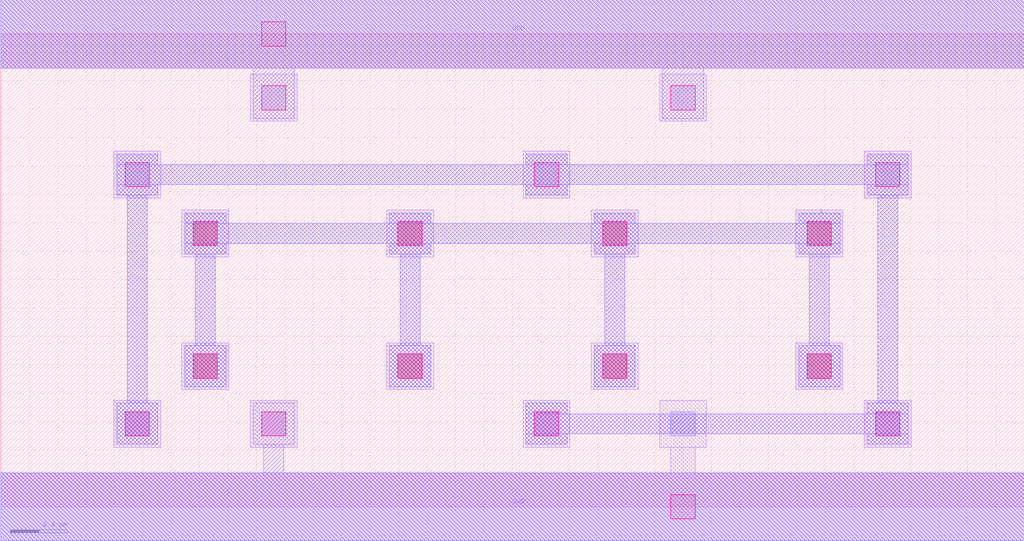
<source format=lef>
MACRO INVX8
 CLASS CORE ;
 FOREIGN INVX8 0 0 ;
 SIZE 7.2 BY 3.33 ;
 ORIGIN 0 0 ;
 SYMMETRY X Y R90 ;
 SITE unit ;
  PIN VDD
   DIRECTION INOUT ;
   USE POWER ;
   SHAPE ABUTMENT ;
    PORT
     CLASS CORE ;
       LAYER li1 ;
        RECT 0.00000000 3.09000000 7.20000000 3.57000000 ;
       LAYER met1 ;
        RECT 0.00000000 3.09000000 7.20000000 3.57000000 ;
    END
  END VDD

  PIN GND
   DIRECTION INOUT ;
   USE POWER ;
   SHAPE ABUTMENT ;
    PORT
     CLASS CORE ;
       LAYER li1 ;
        RECT 0.00000000 -0.24000000 7.20000000 0.24000000 ;
       LAYER met1 ;
        RECT 0.00000000 -0.24000000 7.20000000 0.24000000 ;
    END
  END GND

  PIN Y
   DIRECTION INOUT ;
   USE SIGNAL ;
   SHAPE ABUTMENT ;
    PORT
     CLASS CORE ;
       LAYER met1 ;
        RECT 3.69500000 0.44000000 3.98500000 0.51500000 ;
        RECT 6.09500000 0.44000000 6.38500000 0.51500000 ;
        RECT 3.69500000 0.51500000 6.38500000 0.65500000 ;
        RECT 0.81500000 0.44000000 1.10500000 0.73000000 ;
        RECT 3.69500000 0.65500000 3.98500000 0.73000000 ;
        RECT 6.09500000 0.65500000 6.38500000 0.73000000 ;
        RECT 0.89000000 0.73000000 1.03000000 2.19500000 ;
        RECT 6.17000000 0.73000000 6.31000000 2.19500000 ;
        RECT 0.81500000 2.19500000 1.10500000 2.27000000 ;
        RECT 3.69500000 2.19500000 3.98500000 2.27000000 ;
        RECT 6.09500000 2.19500000 6.38500000 2.27000000 ;
        RECT 0.81500000 2.27000000 6.38500000 2.41000000 ;
        RECT 0.81500000 2.41000000 1.10500000 2.48500000 ;
        RECT 3.69500000 2.41000000 3.98500000 2.48500000 ;
        RECT 6.09500000 2.41000000 6.38500000 2.48500000 ;
    END
  END Y

  PIN A
   DIRECTION INOUT ;
   USE SIGNAL ;
   SHAPE ABUTMENT ;
    PORT
     CLASS CORE ;
       LAYER met1 ;
        RECT 1.29500000 0.84500000 1.58500000 1.13500000 ;
        RECT 2.73500000 0.84500000 3.02500000 1.13500000 ;
        RECT 4.17500000 0.84500000 4.46500000 1.13500000 ;
        RECT 5.61500000 0.84500000 5.90500000 1.13500000 ;
        RECT 1.37000000 1.13500000 1.51000000 1.78000000 ;
        RECT 2.81000000 1.13500000 2.95000000 1.78000000 ;
        RECT 4.25000000 1.13500000 4.39000000 1.78000000 ;
        RECT 5.69000000 1.13500000 5.83000000 1.78000000 ;
        RECT 1.29500000 1.78000000 1.58500000 1.85500000 ;
        RECT 2.73500000 1.78000000 3.02500000 1.85500000 ;
        RECT 4.17500000 1.78000000 4.46500000 1.85500000 ;
        RECT 5.61500000 1.78000000 5.90500000 1.85500000 ;
        RECT 1.29500000 1.85500000 5.90500000 1.99500000 ;
        RECT 1.29500000 1.99500000 1.58500000 2.07000000 ;
        RECT 2.73500000 1.99500000 3.02500000 2.07000000 ;
        RECT 4.17500000 1.99500000 4.46500000 2.07000000 ;
        RECT 5.61500000 1.99500000 5.90500000 2.07000000 ;
    END
  END A

 OBS
    LAYER polycont ;
     RECT 1.35500000 0.90500000 1.52500000 1.07500000 ;
     RECT 2.79500000 0.90500000 2.96500000 1.07500000 ;
     RECT 4.23500000 0.90500000 4.40500000 1.07500000 ;
     RECT 5.67500000 0.90500000 5.84500000 1.07500000 ;
     RECT 1.35500000 1.84000000 1.52500000 2.01000000 ;
     RECT 2.79500000 1.84000000 2.96500000 2.01000000 ;
     RECT 4.23500000 1.84000000 4.40500000 2.01000000 ;
     RECT 5.67500000 1.84000000 5.84500000 2.01000000 ;

    LAYER pdiffc ;
     RECT 0.87500000 2.25500000 1.04500000 2.42500000 ;
     RECT 3.75500000 2.25500000 3.92500000 2.42500000 ;
     RECT 6.15500000 2.25500000 6.32500000 2.42500000 ;
     RECT 1.83500000 2.79500000 2.00500000 2.96500000 ;
     RECT 4.71500000 2.79500000 4.88500000 2.96500000 ;

    LAYER ndiffc ;
     RECT 0.87500000 0.50000000 1.04500000 0.67000000 ;
     RECT 1.83500000 0.50000000 2.00500000 0.67000000 ;
     RECT 3.75500000 0.50000000 3.92500000 0.67000000 ;
     RECT 4.71500000 0.50000000 4.88500000 0.67000000 ;
     RECT 6.15500000 0.50000000 6.32500000 0.67000000 ;

    LAYER li1 ;
     RECT 0.79500000 0.42000000 1.12500000 0.75000000 ;
     RECT 1.75500000 0.42000000 2.08500000 0.75000000 ;
     RECT 3.67500000 0.42000000 4.00500000 0.75000000 ;
     RECT 0.00000000 -0.24000000 7.20000000 0.24000000 ;
     RECT 4.71500000 0.24000000 4.88500000 0.42000000 ;
     RECT 4.63500000 0.42000000 4.96500000 0.75000000 ;
     RECT 6.07500000 0.42000000 6.40500000 0.75000000 ;
     RECT 1.27500000 0.82500000 1.60500000 1.15500000 ;
     RECT 2.71500000 0.82500000 3.04500000 1.15500000 ;
     RECT 4.15500000 0.82500000 4.48500000 1.15500000 ;
     RECT 5.59500000 0.82500000 5.92500000 1.15500000 ;
     RECT 1.27500000 1.76000000 1.60500000 2.09000000 ;
     RECT 2.71500000 1.76000000 3.04500000 2.09000000 ;
     RECT 4.15500000 1.76000000 4.48500000 2.09000000 ;
     RECT 5.59500000 1.76000000 5.92500000 2.09000000 ;
     RECT 0.79500000 2.17500000 1.12500000 2.50500000 ;
     RECT 3.67500000 2.17500000 4.00500000 2.50500000 ;
     RECT 6.07500000 2.17500000 6.40500000 2.50500000 ;
     RECT 1.75500000 2.71500000 2.08500000 3.04500000 ;
     RECT 4.63500000 2.71500000 4.96500000 3.04500000 ;
     RECT 0.00000000 3.09000000 7.20000000 3.57000000 ;

    LAYER viali ;
     RECT 4.71500000 -0.08500000 4.88500000 0.08500000 ;
     RECT 0.87500000 0.50000000 1.04500000 0.67000000 ;
     RECT 1.83500000 0.50000000 2.00500000 0.67000000 ;
     RECT 3.75500000 0.50000000 3.92500000 0.67000000 ;
     RECT 6.15500000 0.50000000 6.32500000 0.67000000 ;
     RECT 1.35500000 0.90500000 1.52500000 1.07500000 ;
     RECT 2.79500000 0.90500000 2.96500000 1.07500000 ;
     RECT 4.23500000 0.90500000 4.40500000 1.07500000 ;
     RECT 5.67500000 0.90500000 5.84500000 1.07500000 ;
     RECT 1.35500000 1.84000000 1.52500000 2.01000000 ;
     RECT 2.79500000 1.84000000 2.96500000 2.01000000 ;
     RECT 4.23500000 1.84000000 4.40500000 2.01000000 ;
     RECT 5.67500000 1.84000000 5.84500000 2.01000000 ;
     RECT 0.87500000 2.25500000 1.04500000 2.42500000 ;
     RECT 3.75500000 2.25500000 3.92500000 2.42500000 ;
     RECT 6.15500000 2.25500000 6.32500000 2.42500000 ;
     RECT 1.83500000 2.79500000 2.00500000 2.96500000 ;
     RECT 4.71500000 2.79500000 4.88500000 2.96500000 ;
     RECT 1.83500000 3.24500000 2.00500000 3.41500000 ;

    LAYER met1 ;
     RECT 0.00000000 -0.24000000 7.20000000 0.24000000 ;
     RECT 1.85000000 0.24000000 1.99000000 0.44000000 ;
     RECT 1.77500000 0.44000000 2.06500000 0.73000000 ;
     RECT 1.29500000 0.84500000 1.58500000 1.13500000 ;
     RECT 2.73500000 0.84500000 3.02500000 1.13500000 ;
     RECT 4.17500000 0.84500000 4.46500000 1.13500000 ;
     RECT 5.61500000 0.84500000 5.90500000 1.13500000 ;
     RECT 1.37000000 1.13500000 1.51000000 1.78000000 ;
     RECT 2.81000000 1.13500000 2.95000000 1.78000000 ;
     RECT 4.25000000 1.13500000 4.39000000 1.78000000 ;
     RECT 5.69000000 1.13500000 5.83000000 1.78000000 ;
     RECT 1.29500000 1.78000000 1.58500000 1.85500000 ;
     RECT 2.73500000 1.78000000 3.02500000 1.85500000 ;
     RECT 4.17500000 1.78000000 4.46500000 1.85500000 ;
     RECT 5.61500000 1.78000000 5.90500000 1.85500000 ;
     RECT 1.29500000 1.85500000 5.90500000 1.99500000 ;
     RECT 1.29500000 1.99500000 1.58500000 2.07000000 ;
     RECT 2.73500000 1.99500000 3.02500000 2.07000000 ;
     RECT 4.17500000 1.99500000 4.46500000 2.07000000 ;
     RECT 5.61500000 1.99500000 5.90500000 2.07000000 ;
     RECT 3.69500000 0.44000000 3.98500000 0.51500000 ;
     RECT 6.09500000 0.44000000 6.38500000 0.51500000 ;
     RECT 3.69500000 0.51500000 6.38500000 0.65500000 ;
     RECT 0.81500000 0.44000000 1.10500000 0.73000000 ;
     RECT 3.69500000 0.65500000 3.98500000 0.73000000 ;
     RECT 6.09500000 0.65500000 6.38500000 0.73000000 ;
     RECT 0.89000000 0.73000000 1.03000000 2.19500000 ;
     RECT 6.17000000 0.73000000 6.31000000 2.19500000 ;
     RECT 0.81500000 2.19500000 1.10500000 2.27000000 ;
     RECT 3.69500000 2.19500000 3.98500000 2.27000000 ;
     RECT 6.09500000 2.19500000 6.38500000 2.27000000 ;
     RECT 0.81500000 2.27000000 6.38500000 2.41000000 ;
     RECT 0.81500000 2.41000000 1.10500000 2.48500000 ;
     RECT 3.69500000 2.41000000 3.98500000 2.48500000 ;
     RECT 6.09500000 2.41000000 6.38500000 2.48500000 ;
     RECT 1.77500000 2.73500000 2.06500000 3.09000000 ;
     RECT 4.65500000 2.73500000 4.94500000 3.09000000 ;
     RECT 0.00000000 3.09000000 7.20000000 3.57000000 ;

 END
END INVX8

</source>
